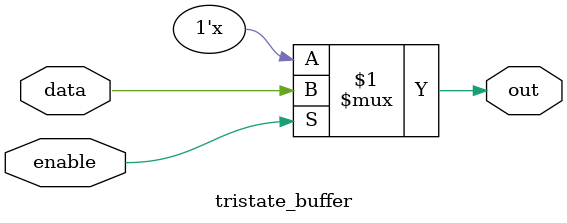
<source format=v>
module tristate_buffer(
    input data,
    input enable,
    output tri out
);
assign out=enable?data:1'bz; 
endmodule

</source>
